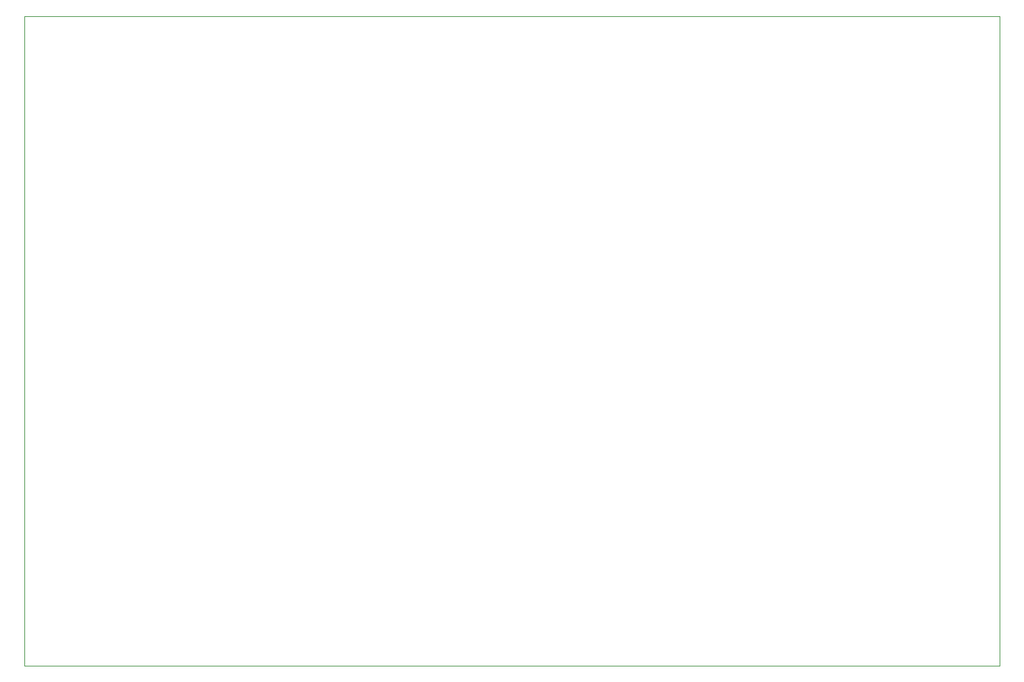
<source format=gbr>
%TF.GenerationSoftware,KiCad,Pcbnew,8.0.8*%
%TF.CreationDate,2025-11-10T08:34:54-07:00*%
%TF.ProjectId,WiegandTest,57696567-616e-4645-9465-73742e6b6963,A*%
%TF.SameCoordinates,Original*%
%TF.FileFunction,Profile,NP*%
%FSLAX46Y46*%
G04 Gerber Fmt 4.6, Leading zero omitted, Abs format (unit mm)*
G04 Created by KiCad (PCBNEW 8.0.8) date 2025-11-10 08:34:54*
%MOMM*%
%LPD*%
G01*
G04 APERTURE LIST*
%TA.AperFunction,Profile*%
%ADD10C,0.050000*%
%TD*%
G04 APERTURE END LIST*
D10*
X69850000Y-52070000D02*
X191770000Y-52070000D01*
X191770000Y-133350000D01*
X69850000Y-133350000D01*
X69850000Y-52070000D01*
M02*

</source>
